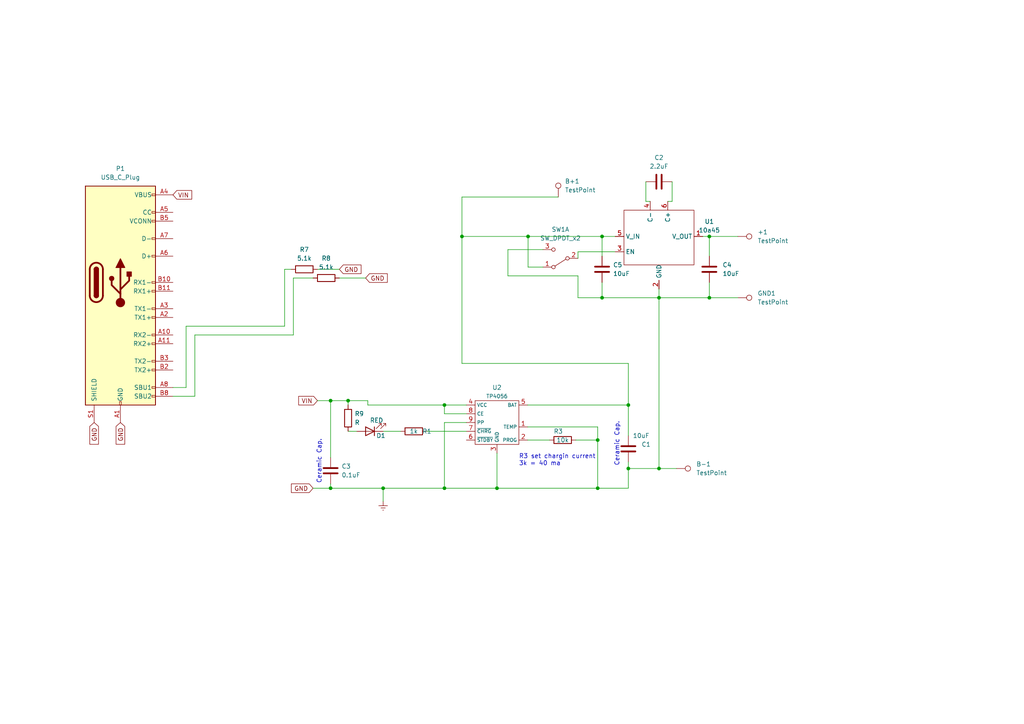
<source format=kicad_sch>
(kicad_sch (version 20230121) (generator eeschema)
  (paper "A4")
  (lib_symbols
    (symbol "10a45:10a45"
      (property "Reference" "U" (at 0 0 0))
      (property "Value" "10a45" (at 0 1.905 0))
      (symbol "10a45_0_1"
        (rectangle (start -10.16 7.62) (end 10.16 -8.255))
      )
      (symbol "10a45_1_1"
        (pin output line (at 12.7 0 180) (length 2.54) (name "V_OUT") (number "1"))
        (pin input line (at 0 -15.24 90) (length 2.54) (name "GND") (number "2"))
        (pin input line (at -12.7 -4.445 0) (length 2.54) (name "EN") (number "3"))
        (pin input line (at -2.54 10.16 270) (length 2.54) (name "C-") (number "4"))
        (pin input line (at -12.7 0 0) (length 2.54) (name "V_IN") (number "5"))
        (pin input line (at 2.54 10.16 270) (length 2.54) (name "C+") (number "6"))
      )
    )
    (symbol "Connector:TestPoint" (pin_numbers hide) (pin_names (offset 0.762) hide)
      (property "Reference" "TP" (at 0 6.858 0))
      (property "Value" "TestPoint" (at 0 5.08 0))
      (symbol "TestPoint_0_1"
        (circle (center 0 3.302) (radius 0.762))
      )
      (symbol "TestPoint_1_1"
        (pin passive line (at 0 0 90) (length 2.54) (name "1") (number "1"))
      )
    )
    (symbol "Connector:USB_C_Plug" (pin_names (offset 1.016))
      (property "Reference" "P" (at -10.16 29.21 0))
      (property "Value" "USB_C_Plug" (at 10.16 29.21 0))
      (symbol "USB_C_Plug_0_0"
        (rectangle (start -0.254 -35.56) (end 0.254 -34.544))
        (rectangle (start 10.16 -32.766) (end 9.144 -33.274))
        (rectangle (start 10.16 -30.226) (end 9.144 -30.734))
        (rectangle (start 10.16 -25.146) (end 9.144 -25.654))
        (rectangle (start 10.16 -22.606) (end 9.144 -23.114))
        (rectangle (start 10.16 -17.526) (end 9.144 -18.034))
        (rectangle (start 10.16 -14.986) (end 9.144 -15.494))
        (rectangle (start 10.16 -9.906) (end 9.144 -10.414))
        (rectangle (start 10.16 -7.366) (end 9.144 -7.874))
        (rectangle (start 10.16 -2.286) (end 9.144 -2.794))
        (rectangle (start 10.16 0.254) (end 9.144 -0.254))
        (rectangle (start 10.16 7.874) (end 9.144 7.366))
        (rectangle (start 10.16 12.954) (end 9.144 12.446))
        (rectangle (start 10.16 18.034) (end 9.144 17.526))
        (rectangle (start 10.16 20.574) (end 9.144 20.066))
        (rectangle (start 10.16 25.654) (end 9.144 25.146))
      )
      (symbol "USB_C_Plug_0_1"
        (rectangle (start -10.16 27.94) (end 10.16 -35.56) (stroke (width 0.254)) (fill (type background)))
        (arc (start -8.89 -3.81) (mid -6.985 -5.7067) (end -5.08 -3.81) (stroke (width 0.508)))
        (arc (start -7.62 -3.81) (mid -6.985 -4.4423) (end -6.35 -3.81) (stroke (width 0.254)))
        (arc (start -7.62 -3.81) (mid -6.985 -4.4423) (end -6.35 -3.81) (stroke (width 0.254)) (fill (type outline)))
        (rectangle (start -7.62 -3.81) (end -6.35 3.81) (stroke (width 0.254)) (fill (type outline)))
        (arc (start -6.35 3.81) (mid -6.985 4.4423) (end -7.62 3.81) (stroke (width 0.254)))
        (arc (start -6.35 3.81) (mid -6.985 4.4423) (end -7.62 3.81) (stroke (width 0.254)) (fill (type outline)))
        (arc (start -5.08 3.81) (mid -6.985 5.7067) (end -8.89 3.81) (stroke (width 0.508)))
        (polyline (pts (xy -8.89 -3.81) (xy -8.89 3.81)) (stroke (width 0.508)))
        (polyline (pts (xy -5.08 3.81) (xy -5.08 -3.81)) (stroke (width 0.508)))
      )
      (symbol "USB_C_Plug_1_1"
        (circle (center -2.54 1.143) (radius 0.635) (stroke (width 0.254)) (fill (type outline)))
        (circle (center 0 -5.842) (radius 1.27) (fill (type outline)))
        (polyline (pts (xy 0 -5.842) (xy 0 4.318)) (stroke (width 0.508)))
        (polyline (pts (xy 0 -3.302) (xy -2.54 -0.762) (xy -2.54 0.508)) (stroke (width 0.508)))
        (polyline (pts (xy 0 -2.032) (xy 2.54 0.508) (xy 2.54 1.778)) (stroke (width 0.508)))
        (polyline (pts (xy -1.27 4.318) (xy 0 6.858) (xy 1.27 4.318) (xy -1.27 4.318)) (stroke (width 0.254)) (fill (type outline)))
        (rectangle (start 1.905 1.778) (end 3.175 3.048) (stroke (width 0.254)) (fill (type outline)))
        (pin passive line (at 0 -40.64 90) (length 5.08) (name "GND") (number "A1"))
        (pin bidirectional line (at 15.24 -15.24 180) (length 5.08) (name "RX2-") (number "A10"))
        (pin bidirectional line (at 15.24 -17.78 180) (length 5.08) (name "RX2+") (number "A11"))
        (pin passive line (at 0 -40.64 90) (length 5.08) hide (name "GND") (number "A12"))
        (pin bidirectional line (at 15.24 -10.16 180) (length 5.08) (name "TX1+") (number "A2"))
        (pin bidirectional line (at 15.24 -7.62 180) (length 5.08) (name "TX1-") (number "A3"))
        (pin passive line (at 15.24 25.4 180) (length 5.08) (name "VBUS") (number "A4"))
        (pin bidirectional line (at 15.24 20.32 180) (length 5.08) (name "CC") (number "A5"))
        (pin bidirectional line (at 15.24 7.62 180) (length 5.08) (name "D+") (number "A6"))
        (pin bidirectional line (at 15.24 12.7 180) (length 5.08) (name "D-") (number "A7"))
        (pin bidirectional line (at 15.24 -30.48 180) (length 5.08) (name "SBU1") (number "A8"))
        (pin passive line (at 15.24 25.4 180) (length 5.08) hide (name "VBUS") (number "A9"))
        (pin passive line (at 0 -40.64 90) (length 5.08) hide (name "GND") (number "B1"))
        (pin bidirectional line (at 15.24 0 180) (length 5.08) (name "RX1-") (number "B10"))
        (pin bidirectional line (at 15.24 -2.54 180) (length 5.08) (name "RX1+") (number "B11"))
        (pin passive line (at 0 -40.64 90) (length 5.08) hide (name "GND") (number "B12"))
        (pin bidirectional line (at 15.24 -25.4 180) (length 5.08) (name "TX2+") (number "B2"))
        (pin bidirectional line (at 15.24 -22.86 180) (length 5.08) (name "TX2-") (number "B3"))
        (pin passive line (at 15.24 25.4 180) (length 5.08) hide (name "VBUS") (number "B4"))
        (pin bidirectional line (at 15.24 17.78 180) (length 5.08) (name "VCONN") (number "B5"))
        (pin bidirectional line (at 15.24 -33.02 180) (length 5.08) (name "SBU2") (number "B8"))
        (pin passive line (at 15.24 25.4 180) (length 5.08) hide (name "VBUS") (number "B9"))
        (pin passive line (at -7.62 -40.64 90) (length 5.08) (name "SHIELD") (number "S1"))
      )
    )
    (symbol "Device:C" (pin_numbers hide) (pin_names (offset 0.254))
      (property "Reference" "C" (at 0.635 2.54 0))
      (property "Value" "C" (at 0.635 -2.54 0))
      (symbol "C_0_1"
        (polyline (pts (xy -2.032 -0.762) (xy 2.032 -0.762)) (stroke (width 0.508)))
        (polyline (pts (xy -2.032 0.762) (xy 2.032 0.762)) (stroke (width 0.508)))
      )
      (symbol "C_1_1"
        (pin passive line (at 0 3.81 270) (length 2.794) (name "~") (number "1"))
        (pin passive line (at 0 -3.81 90) (length 2.794) (name "~") (number "2"))
      )
    )
    (symbol "Device:LED" (pin_numbers hide) (pin_names (offset 1.016) hide)
      (property "Reference" "D" (at 0 2.54 0))
      (property "Value" "LED" (at 0 -2.54 0))
      (symbol "LED_0_1"
        (polyline (pts (xy -1.27 -1.27) (xy -1.27 1.27)) (stroke (width 0.254)))
        (polyline (pts (xy -1.27 0) (xy 1.27 0)))
        (polyline (pts (xy 1.27 -1.27) (xy 1.27 1.27) (xy -1.27 0) (xy 1.27 -1.27)) (stroke (width 0.254)))
        (polyline (pts (xy -3.048 -0.762) (xy -4.572 -2.286) (xy -3.81 -2.286) (xy -4.572 -2.286) (xy -4.572 -1.524)))
        (polyline (pts (xy -1.778 -0.762) (xy -3.302 -2.286) (xy -2.54 -2.286) (xy -3.302 -2.286) (xy -3.302 -1.524)))
      )
      (symbol "LED_1_1"
        (pin passive line (at -3.81 0 0) (length 2.54) (name "K") (number "1"))
        (pin passive line (at 3.81 0 180) (length 2.54) (name "A") (number "2"))
      )
    )
    (symbol "Device:R" (pin_numbers hide) (pin_names (offset 0))
      (property "Reference" "R" (at 2.032 0 90))
      (property "Value" "R" (at 0 0 90))
      (symbol "R_0_1"
        (rectangle (start -1.016 -2.54) (end 1.016 2.54) (stroke (width 0.254)))
      )
      (symbol "R_1_1"
        (pin passive line (at 0 3.81 270) (length 1.27) (name "~") (number "1"))
        (pin passive line (at 0 -3.81 90) (length 1.27) (name "~") (number "2"))
      )
    )
    (symbol "Switch:SW_DPDT_x2" (pin_names (offset 0) hide)
      (property "Reference" "SW" (at 0 4.318 0))
      (property "Value" "SW_DPDT_x2" (at 0 -5.08 0))
      (symbol "SW_DPDT_x2_0_0"
        (circle (center -2.032 0) (radius 0.508))
        (circle (center 2.032 -2.54) (radius 0.508))
      )
      (symbol "SW_DPDT_x2_0_1"
        (polyline (pts (xy -1.524 0.254) (xy 1.651 2.286)))
        (circle (center 2.032 2.54) (radius 0.508))
      )
      (symbol "SW_DPDT_x2_1_1"
        (pin passive line (at 5.08 2.54 180) (length 2.54) (name "A") (number "1"))
        (pin passive line (at -5.08 0 0) (length 2.54) (name "B") (number "2"))
        (pin passive line (at 5.08 -2.54 180) (length 2.54) (name "C") (number "3"))
      )
      (symbol "SW_DPDT_x2_2_1"
        (pin passive line (at 5.08 2.54 180) (length 2.54) (name "A") (number "4"))
        (pin passive line (at -5.08 0 0) (length 2.54) (name "B") (number "5"))
        (pin passive line (at 5.08 -2.54 180) (length 2.54) (name "C") (number "6"))
      )
    )
    (symbol "power:Earth" (power) (pin_names (offset 0))
      (symbol "Earth_0_1"
        (polyline (pts (xy -0.635 -1.905) (xy 0.635 -1.905)))
        (polyline (pts (xy -0.127 -2.54) (xy 0.127 -2.54)))
        (polyline (pts (xy 0 -1.27) (xy 0 0)))
        (polyline (pts (xy 1.27 -1.27) (xy -1.27 -1.27)))
      )
      (symbol "Earth_1_1"
        (pin power_in line (at 0 0 270) (length 0) hide (name "Earth") (number "1"))
      )
    )
    (symbol "tp4056:TP4056"
      (property "Reference" "U" (at 1.27 13.97 0))
      (property "Value" "TP4056" (at 8.89 13.97 0))
      (symbol "TP4056_0_1"
        (rectangle (start 0 12.7) (end 12.7 0))
      )
      (symbol "TP4056_1_1"
        (pin input line (at 15.24 5.08 180) (length 2.54) (name "TEMP") (number "1"))
        (pin input line (at 15.24 1.27 180) (length 2.54) (name "PROG") (number "2"))
        (pin input line (at 6.35 -2.54 90) (length 2.54) (name "GND") (number "3"))
        (pin input line (at -2.54 11.43 0) (length 2.54) (name "VCC") (number "4"))
        (pin input line (at 15.24 11.43 180) (length 2.54) (name "BAT") (number "5"))
        (pin input line (at -2.54 1.27 0) (length 2.54) (name "~{STDBY}") (number "6"))
        (pin input line (at -2.54 3.81 0) (length 2.54) (name "~{CHRG}") (number "7"))
        (pin input line (at -2.54 8.89 0) (length 2.54) (name "CE") (number "8"))
        (pin input line (at -2.54 6.35 0) (length 2.54) (name "PP") (number "9"))
      )
    )
  )
  (junction (at 95.885 141.605))
  (junction (at 144.145 141.605))
  (junction (at 182.245 135.89))
  (junction (at 173.355 127.635))
  (junction (at 205.74 86.36))
  (junction (at 174.625 68.58))
  (junction (at 173.355 141.605))
  (junction (at 128.905 141.605))
  (junction (at 133.985 68.58))
  (junction (at 128.905 117.475))
  (junction (at 95.885 116.205))
  (junction (at 100.965 116.205))
  (junction (at 153.162 68.58))
  (junction (at 191.135 86.36))
  (junction (at 111.125 141.605))
  (junction (at 191.135 135.89))
  (junction (at 205.74 68.58))
  (junction (at 182.245 117.475))
  (junction (at 174.625 86.36))
  (wire (pts (xy 173.355 123.825) (xy 173.355 127.635)))
  (wire (pts (xy 128.905 117.475) (xy 128.905 120.015)))
  (wire (pts (xy 128.905 141.605) (xy 144.145 141.605)))
  (wire (pts (xy 178.435 73.025) (xy 167.64 73.025)))
  (wire (pts (xy 84.455 78.105) (xy 82.55 78.105)))
  (wire (pts (xy 85.09 80.645) (xy 85.09 97.155)))
  (wire (pts (xy 100.965 116.205) (xy 106.68 116.205)))
  (wire (pts (xy 153.162 68.58) (xy 174.625 68.58)))
  (wire (pts (xy 187.325 52.705) (xy 187.325 58.42)))
  (wire (pts (xy 191.135 135.89) (xy 196.215 135.89)))
  (wire (pts (xy 135.255 122.555) (xy 128.905 122.555)))
  (wire (pts (xy 153.035 117.475) (xy 182.245 117.475)))
  (wire (pts (xy 167.64 86.36) (xy 167.64 80.01)))
  (wire (pts (xy 133.985 57.15) (xy 161.925 57.15)))
  (wire (pts (xy 153.162 77.47) (xy 153.162 68.58)))
  (wire (pts (xy 173.355 141.605) (xy 182.245 141.605)))
  (wire (pts (xy 153.035 127.635) (xy 159.385 127.635)))
  (wire (pts (xy 191.135 86.36) (xy 191.135 135.89)))
  (wire (pts (xy 133.985 105.41) (xy 133.985 68.58)))
  (wire (pts (xy 111.125 141.605) (xy 128.905 141.605)))
  (wire (pts (xy 56.515 97.155) (xy 56.515 114.935)))
  (wire (pts (xy 174.625 68.58) (xy 174.625 74.295)))
  (wire (pts (xy 187.325 58.42) (xy 188.595 58.42)))
  (wire (pts (xy 182.245 135.89) (xy 191.135 135.89)))
  (wire (pts (xy 90.805 141.605) (xy 95.885 141.605)))
  (wire (pts (xy 123.825 125.095) (xy 135.255 125.095)))
  (wire (pts (xy 95.885 140.335) (xy 95.885 141.605)))
  (wire (pts (xy 106.68 116.205) (xy 106.68 117.475)))
  (wire (pts (xy 53.975 94.615) (xy 53.975 112.395)))
  (wire (pts (xy 53.975 94.615) (xy 82.55 94.615)))
  (wire (pts (xy 100.965 125.095) (xy 103.505 125.095)))
  (wire (pts (xy 174.625 86.36) (xy 191.135 86.36)))
  (wire (pts (xy 111.125 141.605) (xy 111.125 145.415)))
  (wire (pts (xy 203.835 68.58) (xy 205.74 68.58)))
  (wire (pts (xy 147.32 80.01) (xy 167.64 80.01)))
  (wire (pts (xy 128.905 117.475) (xy 135.255 117.475)))
  (wire (pts (xy 128.905 120.015) (xy 135.255 120.015)))
  (wire (pts (xy 194.945 52.705) (xy 194.945 58.42)))
  (wire (pts (xy 194.945 58.42) (xy 193.675 58.42)))
  (wire (pts (xy 106.68 117.475) (xy 128.905 117.475)))
  (wire (pts (xy 90.805 80.645) (xy 85.09 80.645)))
  (wire (pts (xy 182.245 117.475) (xy 182.245 126.365)))
  (wire (pts (xy 95.885 141.605) (xy 111.125 141.605)))
  (wire (pts (xy 178.435 68.58) (xy 174.625 68.58)))
  (wire (pts (xy 82.55 78.105) (xy 82.55 94.615)))
  (wire (pts (xy 182.245 133.985) (xy 182.245 135.89)))
  (wire (pts (xy 153.035 123.825) (xy 173.355 123.825)))
  (wire (pts (xy 98.425 80.645) (xy 106.045 80.645)))
  (wire (pts (xy 174.625 81.915) (xy 174.625 86.36)))
  (wire (pts (xy 128.905 122.555) (xy 128.905 141.605)))
  (wire (pts (xy 95.885 116.205) (xy 100.965 116.205)))
  (wire (pts (xy 133.985 68.58) (xy 133.985 57.15)))
  (wire (pts (xy 147.32 80.01) (xy 147.32 72.39)))
  (wire (pts (xy 133.985 105.41) (xy 182.245 105.41)))
  (wire (pts (xy 144.145 131.445) (xy 144.145 141.605)))
  (wire (pts (xy 205.74 86.36) (xy 213.995 86.36)))
  (wire (pts (xy 95.885 116.205) (xy 95.885 132.715)))
  (wire (pts (xy 205.74 81.915) (xy 205.74 86.36)))
  (wire (pts (xy 92.075 116.205) (xy 95.885 116.205)))
  (wire (pts (xy 100.965 116.205) (xy 100.965 117.475)))
  (wire (pts (xy 182.245 105.41) (xy 182.245 117.475)))
  (wire (pts (xy 92.075 78.105) (xy 98.425 78.105)))
  (wire (pts (xy 205.74 68.58) (xy 213.995 68.58)))
  (wire (pts (xy 167.64 86.36) (xy 174.625 86.36)))
  (wire (pts (xy 182.245 135.89) (xy 182.245 141.605)))
  (wire (pts (xy 147.32 72.39) (xy 157.48 72.39)))
  (wire (pts (xy 53.975 112.395) (xy 50.165 112.395)))
  (wire (pts (xy 191.135 86.36) (xy 205.74 86.36)))
  (wire (pts (xy 167.005 127.635) (xy 173.355 127.635)))
  (wire (pts (xy 133.985 68.58) (xy 153.162 68.58)))
  (wire (pts (xy 111.125 125.095) (xy 116.205 125.095)))
  (wire (pts (xy 191.135 83.82) (xy 191.135 86.36)))
  (wire (pts (xy 56.515 97.155) (xy 85.09 97.155)))
  (wire (pts (xy 144.145 141.605) (xy 173.355 141.605)))
  (wire (pts (xy 173.355 127.635) (xy 173.355 141.605)))
  (wire (pts (xy 157.48 77.47) (xy 153.162 77.47)))
  (wire (pts (xy 167.64 73.025) (xy 167.64 74.93)))
  (wire (pts (xy 205.74 68.58) (xy 205.74 74.295)))
  (wire (pts (xy 56.515 114.935) (xy 50.165 114.935)))
  (text "Ceramic Cap." (at 179.705 135.255 90) (effects (font (size 1.27 1.27)) (justify left bottom)))
  (text "R3 set chargin current\n3k = 40 ma" (at 150.495 135.255 0) (effects (font (size 1.27 1.27)) (justify left bottom)))
  (text "Ceramic Cap." (at 93.345 140.335 90) (effects (font (size 1.27 1.27)) (justify left bottom)))
  (global_label "GND" (shape input) (at 98.425 78.105 0) (property "Intersheetrefs" "${INTERSHEET_REFS}" (effects hide)))
  (global_label "GND" (shape input) (at 27.305 122.555 270) (property "Intersheetrefs" "${INTERSHEET_REFS}" (effects hide)))
  (global_label "VIN" (shape input) (at 50.165 56.515 0) (property "Intersheetrefs" "${INTERSHEET_REFS}" (effects hide)))
  (global_label "GND" (shape input) (at 34.925 122.555 270) (property "Intersheetrefs" "${INTERSHEET_REFS}" (effects hide)))
  (global_label "GND" (shape input) (at 90.805 141.605 180) (property "Intersheetrefs" "${INTERSHEET_REFS}" (effects hide)))
  (global_label "GND" (shape input) (at 106.045 80.645 0) (property "Intersheetrefs" "${INTERSHEET_REFS}" (effects hide)))
  (global_label "VIN" (shape input) (at 92.075 116.205 180) (property "Intersheetrefs" "${INTERSHEET_REFS}" (effects hide)))
  (symbol (lib_id "Device:C") (at 191.135 52.705 90) (unit 1)
    (property "Reference" "C2" (at 191.135 45.72 90))
    (property "Value" "2.2uF" (at 191.135 48.26 90))
    (property "Footprint" "Capacitor_SMD:C_0603_1608Metric_Pad1.08x0.95mm_HandSolder" (effects hide))
  )
  (symbol (lib_id "Switch:SW_DPDT_x2") (at 162.56 74.93 180) (unit 1)
    (property "Reference" "SW1" (at 162.56 66.548 0))
    (property "Value" "SW_DPDT_x2" (at 162.56 69.088 0))
    (property "Footprint" "buttons_custom:even_tinier_smd_slide_switch_custom" (effects hide))
  )
  (symbol (lib_id "Connector:TestPoint") (at 161.925 57.15 0) (unit 1)
    (property "Reference" "B+1" (at 163.83 52.578 0) (effects (justify left)))
    (property "Value" "TestPoint" (at 163.83 55.118 0) (effects (justify left)))
    (property "Footprint" "custom_connectors:1mm_test_point_square" (effects hide))
  )
  (symbol (lib_id "Device:LED") (at 107.315 125.095 180) (unit 1)
    (property "Reference" "D1" (at 110.49 126.365 0))
    (property "Value" "RED" (at 109.22 121.92 0))
    (property "Footprint" "LED_SMD:LED_0805_2012Metric_Pad1.15x1.40mm_HandSolder" (effects hide))
  )
  (symbol (lib_id "Device:C") (at 174.625 78.105 0) (unit 1)
    (property "Reference" "C5" (at 177.8 76.8349 0) (effects (justify left)))
    (property "Value" "10uF" (at 177.8 79.3749 0) (effects (justify left)))
    (property "Footprint" "Capacitor_SMD:C_0603_1608Metric_Pad1.08x0.95mm_HandSolder" (effects hide))
  )
  (symbol (lib_id "Device:R") (at 163.195 127.635 90) (unit 1)
    (property "Reference" "R3" (at 161.925 125.095 90))
    (property "Value" "10k" (at 163.195 127.635 90))
    (property "Footprint" "Resistor_SMD:R_0603_1608Metric_Pad0.98x0.95mm_HandSolder" (effects hide))
  )
  (symbol (lib_id "Device:R") (at 120.015 125.095 90) (unit 1)
    (property "Reference" "R1" (at 123.825 125.095 90))
    (property "Value" "1k" (at 120.015 125.095 90))
    (property "Footprint" "Resistor_SMD:R_0402_1005Metric_Pad0.72x0.64mm_HandSolder" (effects hide))
  )
  (symbol (lib_id "Connector:TestPoint") (at 213.995 68.58 270) (unit 1)
    (property "Reference" "+1" (at 219.71 67.31 90) (effects (justify left)))
    (property "Value" "TestPoint" (at 219.71 69.85 90) (effects (justify left)))
    (property "Footprint" "custom_connectors:1mm_test_point_square" (effects hide))
  )
  (symbol (lib_id "Device:R") (at 94.615 80.645 90) (unit 1)
    (property "Reference" "R8" (at 94.615 74.93 90))
    (property "Value" "5.1k" (at 94.615 77.47 90))
    (property "Footprint" "Resistor_SMD:R_0603_1608Metric_Pad0.98x0.95mm_HandSolder" (effects hide))
  )
  (symbol (lib_id "Connector:USB_C_Plug") (at 34.925 81.915 0) (unit 1)
    (property "Reference" "P1" (at 34.925 48.895 0))
    (property "Value" "USB_C_Plug" (at 34.925 51.435 0))
    (property "Footprint" "usb_custom:USB_C_Receptacle_JAE_DX07S016JA1R1500" (effects hide))
    (property "Datasheet" "https://www.usb.org/sites/default/files/documents/usb_type-c.zip" (effects hide))
  )
  (symbol (lib_id "10a45:10a45") (at 191.135 68.58 0) (unit 1)
    (property "Reference" "U1" (at 205.74 64.2493 0))
    (property "Value" "10a45" (at 205.74 66.7893 0))
    (property "Footprint" "chips_customs:SOT-23-6_10a45" (effects hide))
  )
  (symbol (lib_id "Device:C") (at 205.74 78.105 0) (unit 1)
    (property "Reference" "C4" (at 209.55 76.8349 0) (effects (justify left)))
    (property "Value" "10uF" (at 209.55 79.3749 0) (effects (justify left)))
    (property "Footprint" "Capacitor_SMD:C_0603_1608Metric_Pad1.08x0.95mm_HandSolder" (effects hide))
  )
  (symbol (lib_id "power:Earth") (at 111.125 145.415 0) (unit 1)
    (property "Reference" "#PWR0103" (effects hide))
    (property "Value" "Earth" (effects hide))
  )
  (symbol (lib_id "Device:R") (at 100.965 121.285 0) (unit 1)
    (property "Reference" "R9" (at 102.87 120.0149 0) (effects (justify left)))
    (property "Value" "R" (at 102.87 122.5549 0) (effects (justify left)))
    (property "Footprint" "Resistor_SMD:R_0402_1005Metric_Pad0.72x0.64mm_HandSolder" (effects hide))
  )
  (symbol (lib_id "Device:C") (at 95.885 136.525 0) (unit 1)
    (property "Reference" "C3" (at 99.06 135.2549 0) (effects (justify left)))
    (property "Value" "0.1uF" (at 99.06 137.7949 0) (effects (justify left)))
    (property "Footprint" "Capacitor_SMD:C_0402_1005Metric_Pad0.74x0.62mm_HandSolder" (effects hide))
  )
  (symbol (lib_id "Connector:TestPoint") (at 196.215 135.89 270) (unit 1)
    (property "Reference" "B-1" (at 201.93 134.62 90) (effects (justify left)))
    (property "Value" "TestPoint" (at 201.93 137.16 90) (effects (justify left)))
    (property "Footprint" "custom_connectors:1mm_test_point_square" (effects hide))
  )
  (symbol (lib_id "tp4056:TP4056") (at 137.795 128.905 0) (unit 1)
    (property "Reference" "U2" (at 144.145 112.395 0))
    (property "Value" "TP4056" (at 144.145 114.935 0) (effects (font (size 1.1 1.1))))
    (property "Footprint" "Package_SO:SOIC-8-1EP_3.9x4.9mm_P1.27mm_EP2.29x3mm" (effects hide))
  )
  (symbol (lib_id "Device:R") (at 88.265 78.105 90) (unit 1)
    (property "Reference" "R7" (at 88.265 72.39 90))
    (property "Value" "5.1k" (at 88.265 74.93 90))
    (property "Footprint" "Resistor_SMD:R_0603_1608Metric_Pad0.98x0.95mm_HandSolder" (effects hide))
  )
  (symbol (lib_id "Connector:TestPoint") (at 213.995 86.36 270) (unit 1)
    (property "Reference" "GND1" (at 219.71 85.09 90) (effects (justify left)))
    (property "Value" "TestPoint" (at 219.71 87.63 90) (effects (justify left)))
    (property "Footprint" "custom_connectors:1mm_test_point_square" (effects hide))
  )
  (symbol (lib_id "Device:C") (at 182.245 130.175 0) (unit 1)
    (property "Reference" "C1" (at 186.055 128.9049 0) (effects (justify left)))
    (property "Value" "10uF" (at 183.515 126.365 0) (effects (justify left)))
    (property "Footprint" "Capacitor_SMD:C_0805_2012Metric_Pad1.18x1.45mm_HandSolder" (effects hide))
  )
)
</source>
